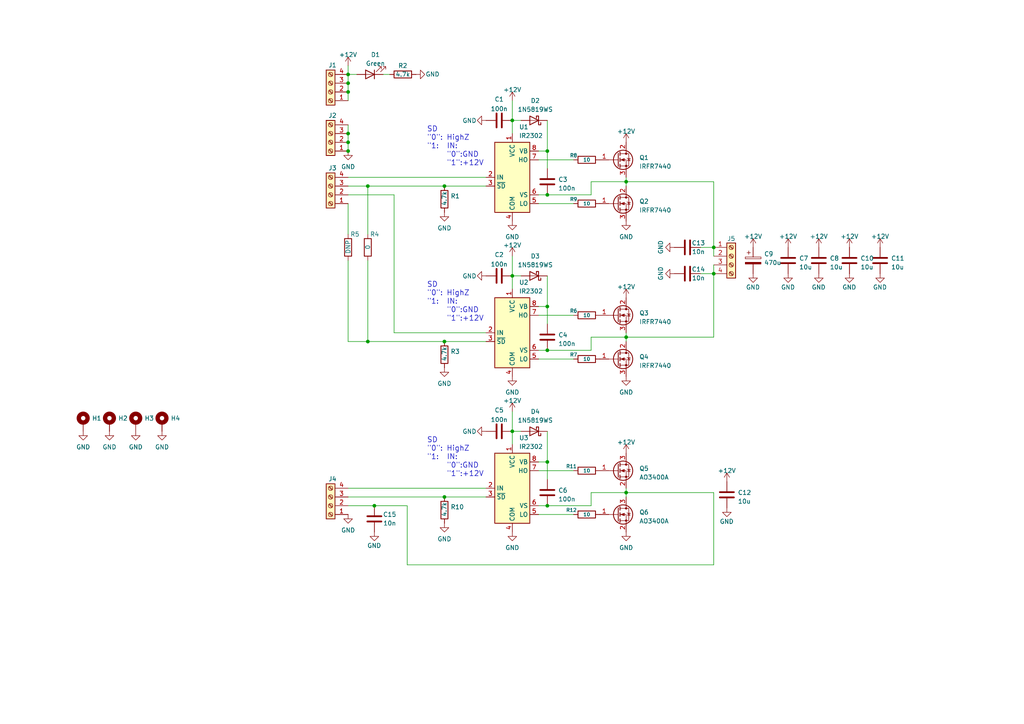
<source format=kicad_sch>
(kicad_sch (version 20230121) (generator eeschema)
  (paper "A4")
  (title_block (title "IR2302-testboard") (date "2023-04-12") (rev "rev. a") (company "rusEFI.com"))
  (lib_symbols
    (symbol "Connector:Screw_Terminal_01x04" (pin_names (offset 1.016) hide)
      (property "Reference" "J" (at 0 5.08 0))
      (property "Value" "Screw_Terminal_01x04" (at 0 -7.62 0))
      (symbol "Screw_Terminal_01x04_1_1"
        (rectangle (start -1.27 3.81) (end 1.27 -6.35) (stroke (width 0.254)) (fill (type background)))
        (circle (center 0 -5.08) (radius 0.635) (stroke (width 0.1524)))
        (circle (center 0 -2.54) (radius 0.635) (stroke (width 0.1524)))
        (polyline (pts (xy -0.5334 -4.7498) (xy 0.3302 -5.588)) (stroke (width 0.1524)))
        (polyline (pts (xy -0.5334 -2.2098) (xy 0.3302 -3.048)) (stroke (width 0.1524)))
        (polyline (pts (xy -0.5334 0.3302) (xy 0.3302 -0.508)) (stroke (width 0.1524)))
        (polyline (pts (xy -0.5334 2.8702) (xy 0.3302 2.032)) (stroke (width 0.1524)))
        (polyline (pts (xy -0.3556 -4.572) (xy 0.508 -5.4102)) (stroke (width 0.1524)))
        (polyline (pts (xy -0.3556 -2.032) (xy 0.508 -2.8702)) (stroke (width 0.1524)))
        (polyline (pts (xy -0.3556 0.508) (xy 0.508 -0.3302)) (stroke (width 0.1524)))
        (polyline (pts (xy -0.3556 3.048) (xy 0.508 2.2098)) (stroke (width 0.1524)))
        (circle (center 0 0) (radius 0.635) (stroke (width 0.1524)))
        (circle (center 0 2.54) (radius 0.635) (stroke (width 0.1524)))
        (pin passive line (at -5.08 2.54 0) (length 3.81) (name "Pin_1") (number "1"))
        (pin passive line (at -5.08 0 0) (length 3.81) (name "Pin_2") (number "2"))
        (pin passive line (at -5.08 -2.54 0) (length 3.81) (name "Pin_3") (number "3"))
        (pin passive line (at -5.08 -5.08 0) (length 3.81) (name "Pin_4") (number "4"))
      )
    )
    (symbol "Device:C" (pin_numbers hide) (pin_names (offset 0.254))
      (property "Reference" "C" (at 0.635 2.54 0))
      (property "Value" "C" (at 0.635 -2.54 0))
      (symbol "C_0_1"
        (polyline (pts (xy -2.032 -0.762) (xy 2.032 -0.762)) (stroke (width 0.508)))
        (polyline (pts (xy -2.032 0.762) (xy 2.032 0.762)) (stroke (width 0.508)))
      )
      (symbol "C_1_1"
        (pin passive line (at 0 3.81 270) (length 2.794) (name "~") (number "1"))
        (pin passive line (at 0 -3.81 90) (length 2.794) (name "~") (number "2"))
      )
    )
    (symbol "Device:C_Polarized" (pin_numbers hide) (pin_names (offset 0.254))
      (property "Reference" "C" (at 0.635 2.54 0))
      (property "Value" "C_Polarized" (at 0.635 -2.54 0))
      (symbol "C_Polarized_0_1"
        (rectangle (start -2.286 0.508) (end 2.286 1.016))
        (polyline (pts (xy -1.778 2.286) (xy -0.762 2.286)))
        (polyline (pts (xy -1.27 2.794) (xy -1.27 1.778)))
        (rectangle (start 2.286 -0.508) (end -2.286 -1.016) (fill (type outline)))
      )
      (symbol "C_Polarized_1_1"
        (pin passive line (at 0 3.81 270) (length 2.794) (name "~") (number "1"))
        (pin passive line (at 0 -3.81 90) (length 2.794) (name "~") (number "2"))
      )
    )
    (symbol "Device:LED" (pin_numbers hide) (pin_names (offset 1.016) hide)
      (property "Reference" "D" (at 0 2.54 0))
      (property "Value" "LED" (at 0 -2.54 0))
      (symbol "LED_0_1"
        (polyline (pts (xy -1.27 -1.27) (xy -1.27 1.27)) (stroke (width 0.254)))
        (polyline (pts (xy -1.27 0) (xy 1.27 0)))
        (polyline (pts (xy 1.27 -1.27) (xy 1.27 1.27) (xy -1.27 0) (xy 1.27 -1.27)) (stroke (width 0.254)))
        (polyline (pts (xy -3.048 -0.762) (xy -4.572 -2.286) (xy -3.81 -2.286) (xy -4.572 -2.286) (xy -4.572 -1.524)))
        (polyline (pts (xy -1.778 -0.762) (xy -3.302 -2.286) (xy -2.54 -2.286) (xy -3.302 -2.286) (xy -3.302 -1.524)))
      )
      (symbol "LED_1_1"
        (pin passive line (at -3.81 0 0) (length 2.54) (name "K") (number "1"))
        (pin passive line (at 3.81 0 180) (length 2.54) (name "A") (number "2"))
      )
    )
    (symbol "Device:R" (pin_numbers hide) (pin_names (offset 0))
      (property "Reference" "R" (at 2.032 0 90))
      (property "Value" "R" (at 0 0 90))
      (symbol "R_0_1"
        (rectangle (start -1.016 -2.54) (end 1.016 2.54) (stroke (width 0.254)))
      )
      (symbol "R_1_1"
        (pin passive line (at 0 3.81 270) (length 1.27) (name "~") (number "1"))
        (pin passive line (at 0 -3.81 90) (length 1.27) (name "~") (number "2"))
      )
    )
    (symbol "Diode:1N5819WS" (pin_numbers hide) (pin_names (offset 1.016) hide)
      (property "Reference" "D" (at 0 2.54 0))
      (property "Value" "1N5819WS" (at 0 -2.54 0))
      (symbol "1N5819WS_0_1"
        (polyline (pts (xy 1.27 0) (xy -1.27 0)))
        (polyline (pts (xy 1.27 1.27) (xy 1.27 -1.27) (xy -1.27 0) (xy 1.27 1.27)) (stroke (width 0.254)))
        (polyline (pts (xy -1.905 0.635) (xy -1.905 1.27) (xy -1.27 1.27) (xy -1.27 -1.27) (xy -0.635 -1.27) (xy -0.635 -0.635)) (stroke (width 0.254)))
      )
      (symbol "1N5819WS_1_1"
        (pin passive line (at -3.81 0 0) (length 2.54) (name "K") (number "1"))
        (pin passive line (at 3.81 0 180) (length 2.54) (name "A") (number "2"))
      )
    )
    (symbol "Driver_FET:IR2302"
      (property "Reference" "U" (at 1.27 13.335 0))
      (property "Value" "IR2302" (at 1.27 11.43 0))
      (symbol "IR2302_0_1"
        (rectangle (start -5.08 -10.16) (end 5.08 10.16) (stroke (width 0.254)) (fill (type background)))
      )
      (symbol "IR2302_1_1"
        (pin power_in line (at 0 12.7 270) (length 2.54) (name "VCC") (number "1"))
        (pin input line (at -7.62 0 0) (length 2.54) (name "IN") (number "2"))
        (pin input line (at -7.62 -2.54 0) (length 2.54) (name "~{SD}") (number "3"))
        (pin power_in line (at 0 -12.7 90) (length 2.54) (name "COM") (number "4"))
        (pin output line (at 7.62 -7.62 180) (length 2.54) (name "LO") (number "5"))
        (pin passive line (at 7.62 -5.08 180) (length 2.54) (name "VS") (number "6"))
        (pin output line (at 7.62 5.08 180) (length 2.54) (name "HO") (number "7"))
        (pin passive line (at 7.62 7.62 180) (length 2.54) (name "VB") (number "8"))
      )
    )
    (symbol "Mechanical:MountingHole_Pad" (pin_numbers hide) (pin_names (offset 1.016) hide)
      (property "Reference" "H" (at 0 6.35 0))
      (property "Value" "MountingHole_Pad" (at 0 4.445 0))
      (symbol "MountingHole_Pad_0_1"
        (circle (center 0 1.27) (radius 1.27) (stroke (width 1.27)))
      )
      (symbol "MountingHole_Pad_1_1"
        (pin input line (at 0 -2.54 90) (length 2.54) (name "1") (number "1"))
      )
    )
    (symbol "Transistor_FET:AO3400A" (pin_names hide)
      (property "Reference" "Q" (at 5.08 1.905 0))
      (property "Value" "AO3400A" (at 5.08 0 0))
      (symbol "AO3400A_0_1"
        (polyline (pts (xy 0.254 0) (xy -2.54 0)))
        (polyline (pts (xy 0.254 1.905) (xy 0.254 -1.905)) (stroke (width 0.254)))
        (polyline (pts (xy 0.762 -1.27) (xy 0.762 -2.286)) (stroke (width 0.254)))
        (polyline (pts (xy 0.762 0.508) (xy 0.762 -0.508)) (stroke (width 0.254)))
        (polyline (pts (xy 0.762 2.286) (xy 0.762 1.27)) (stroke (width 0.254)))
        (polyline (pts (xy 2.54 2.54) (xy 2.54 1.778)))
        (polyline (pts (xy 2.54 -2.54) (xy 2.54 0) (xy 0.762 0)))
        (polyline (pts (xy 0.762 -1.778) (xy 3.302 -1.778) (xy 3.302 1.778) (xy 0.762 1.778)))
        (polyline (pts (xy 1.016 0) (xy 2.032 0.381) (xy 2.032 -0.381) (xy 1.016 0)) (fill (type outline)))
        (polyline (pts (xy 2.794 0.508) (xy 2.921 0.381) (xy 3.683 0.381) (xy 3.81 0.254)))
        (polyline (pts (xy 3.302 0.381) (xy 2.921 -0.254) (xy 3.683 -0.254) (xy 3.302 0.381)))
        (circle (center 1.651 0) (radius 2.794) (stroke (width 0.254)))
        (circle (center 2.54 -1.778) (radius 0.254) (fill (type outline)))
        (circle (center 2.54 1.778) (radius 0.254) (fill (type outline)))
      )
      (symbol "AO3400A_1_1"
        (pin input line (at -5.08 0 0) (length 2.54) (name "G") (number "1"))
        (pin passive line (at 2.54 -5.08 90) (length 2.54) (name "S") (number "2"))
        (pin passive line (at 2.54 5.08 270) (length 2.54) (name "D") (number "3"))
      )
    )
    (symbol "Transistor_FET:QM6006D" (pin_names hide)
      (property "Reference" "Q" (at 5.08 1.905 0))
      (property "Value" "QM6006D" (at 5.08 0 0))
      (symbol "QM6006D_0_1"
        (polyline (pts (xy 0.254 0) (xy -2.54 0)))
        (polyline (pts (xy 0.254 1.905) (xy 0.254 -1.905)) (stroke (width 0.254)))
        (polyline (pts (xy 0.762 -1.27) (xy 0.762 -2.286)) (stroke (width 0.254)))
        (polyline (pts (xy 0.762 0.508) (xy 0.762 -0.508)) (stroke (width 0.254)))
        (polyline (pts (xy 0.762 2.286) (xy 0.762 1.27)) (stroke (width 0.254)))
        (polyline (pts (xy 2.54 2.54) (xy 2.54 1.778)))
        (polyline (pts (xy 2.54 -2.54) (xy 2.54 0) (xy 0.762 0)))
        (polyline (pts (xy 0.762 -1.778) (xy 3.302 -1.778) (xy 3.302 1.778) (xy 0.762 1.778)))
        (polyline (pts (xy 1.016 0) (xy 2.032 0.381) (xy 2.032 -0.381) (xy 1.016 0)) (fill (type outline)))
        (polyline (pts (xy 2.794 0.508) (xy 2.921 0.381) (xy 3.683 0.381) (xy 3.81 0.254)))
        (polyline (pts (xy 3.302 0.381) (xy 2.921 -0.254) (xy 3.683 -0.254) (xy 3.302 0.381)))
        (circle (center 1.651 0) (radius 2.794) (stroke (width 0.254)))
        (circle (center 2.54 -1.778) (radius 0.254) (fill (type outline)))
        (circle (center 2.54 1.778) (radius 0.254) (fill (type outline)))
      )
      (symbol "QM6006D_1_1"
        (pin input line (at -5.08 0 0) (length 2.54) (name "G") (number "1"))
        (pin passive line (at 2.54 5.08 270) (length 2.54) (name "D") (number "2"))
        (pin passive line (at 2.54 -5.08 90) (length 2.54) (name "S") (number "3"))
      )
    )
    (symbol "power:+12V" (power) (pin_names (offset 0))
      (property "Value" "+12V" (at 0 3.556 0))
      (symbol "+12V_0_1"
        (polyline (pts (xy -0.762 1.27) (xy 0 2.54)))
        (polyline (pts (xy 0 0) (xy 0 2.54)))
        (polyline (pts (xy 0 2.54) (xy 0.762 1.27)))
      )
      (symbol "+12V_1_1"
        (pin power_in line (at 0 0 90) (length 0) hide (name "+12V") (number "1"))
      )
    )
    (symbol "power:GND" (power) (pin_names (offset 0))
      (property "Value" "GND" (at 0 -3.81 0))
      (symbol "GND_0_1"
        (polyline (pts (xy 0 0) (xy 0 -1.27) (xy 1.27 -1.27) (xy 0 -2.54) (xy -1.27 -1.27) (xy 0 -1.27)))
      )
      (symbol "GND_1_1"
        (pin power_in line (at 0 0 270) (length 0) hide (name "GND") (number "1"))
      )
    )
  )
  (junction (at 100.965 21.59))
  (junction (at 106.68 53.975))
  (junction (at 181.61 97.79))
  (junction (at 100.965 41.275))
  (junction (at 128.905 144.145))
  (junction (at 158.75 88.9))
  (junction (at 207.01 79.375))
  (junction (at 158.75 56.515))
  (junction (at 100.965 38.735))
  (junction (at 148.59 80.01))
  (junction (at 181.61 52.705))
  (junction (at 158.75 133.985))
  (junction (at 158.75 101.6))
  (junction (at 100.965 43.815))
  (junction (at 128.905 99.06))
  (junction (at 100.965 24.13))
  (junction (at 158.75 43.815))
  (junction (at 106.68 99.06))
  (junction (at 100.965 26.67))
  (junction (at 108.585 146.685))
  (junction (at 181.61 142.875))
  (junction (at 158.75 146.685))
  (junction (at 207.01 71.755))
  (junction (at 128.905 53.975))
  (junction (at 148.59 34.925))
  (junction (at 148.59 125.095))
  (wire (pts (xy 158.75 56.515) (xy 171.45 56.515)))
  (wire (pts (xy 100.965 144.145) (xy 128.905 144.145)))
  (wire (pts (xy 171.45 52.705) (xy 181.61 52.705)))
  (wire (pts (xy 108.585 146.685) (xy 118.11 146.685)))
  (wire (pts (xy 148.59 125.095) (xy 151.13 125.095)))
  (wire (pts (xy 207.01 71.755) (xy 207.01 52.705)))
  (wire (pts (xy 158.75 146.685) (xy 171.45 146.685)))
  (wire (pts (xy 118.11 163.83) (xy 207.01 163.83)))
  (wire (pts (xy 181.61 97.79) (xy 207.01 97.79)))
  (wire (pts (xy 100.965 53.975) (xy 106.68 53.975)))
  (wire (pts (xy 203.2 79.375) (xy 207.01 79.375)))
  (wire (pts (xy 100.965 41.275) (xy 100.965 43.815)))
  (wire (pts (xy 181.61 96.52) (xy 181.61 97.79)))
  (wire (pts (xy 158.75 101.6) (xy 171.45 101.6)))
  (wire (pts (xy 181.61 97.79) (xy 181.61 99.06)))
  (wire (pts (xy 156.21 91.44) (xy 166.37 91.44)))
  (wire (pts (xy 171.45 56.515) (xy 171.45 52.705)))
  (wire (pts (xy 106.68 99.06) (xy 128.905 99.06)))
  (wire (pts (xy 203.2 71.755) (xy 207.01 71.755)))
  (wire (pts (xy 118.11 146.685) (xy 118.11 163.83)))
  (wire (pts (xy 158.75 88.9) (xy 156.21 88.9)))
  (wire (pts (xy 140.97 96.52) (xy 114.3 96.52)))
  (wire (pts (xy 148.59 80.01) (xy 151.13 80.01)))
  (wire (pts (xy 114.3 96.52) (xy 114.3 56.515)))
  (wire (pts (xy 106.68 75.565) (xy 106.68 99.06)))
  (wire (pts (xy 100.965 146.685) (xy 108.585 146.685)))
  (wire (pts (xy 100.965 26.67) (xy 100.965 29.21)))
  (wire (pts (xy 156.21 149.225) (xy 166.37 149.225)))
  (wire (pts (xy 156.21 46.355) (xy 166.37 46.355)))
  (wire (pts (xy 148.59 74.295) (xy 148.59 80.01)))
  (wire (pts (xy 106.68 67.945) (xy 106.68 53.975)))
  (wire (pts (xy 128.905 53.975) (xy 140.97 53.975)))
  (wire (pts (xy 207.01 79.375) (xy 207.01 97.79)))
  (wire (pts (xy 156.21 136.525) (xy 166.37 136.525)))
  (wire (pts (xy 158.75 133.985) (xy 156.21 133.985)))
  (wire (pts (xy 148.59 34.925) (xy 151.13 34.925)))
  (wire (pts (xy 100.965 19.05) (xy 100.965 21.59)))
  (wire (pts (xy 100.965 36.195) (xy 100.965 38.735)))
  (wire (pts (xy 181.61 142.875) (xy 207.01 142.875)))
  (wire (pts (xy 156.21 104.14) (xy 166.37 104.14)))
  (wire (pts (xy 100.965 67.945) (xy 100.965 59.055)))
  (wire (pts (xy 181.61 142.875) (xy 181.61 144.145)))
  (wire (pts (xy 156.21 146.685) (xy 158.75 146.685)))
  (wire (pts (xy 128.905 144.145) (xy 140.97 144.145)))
  (wire (pts (xy 171.45 146.685) (xy 171.45 142.875)))
  (wire (pts (xy 113.03 21.59) (xy 111.125 21.59)))
  (wire (pts (xy 100.965 99.06) (xy 106.68 99.06)))
  (wire (pts (xy 158.75 139.065) (xy 158.75 133.985)))
  (wire (pts (xy 100.965 141.605) (xy 140.97 141.605)))
  (wire (pts (xy 106.68 53.975) (xy 128.905 53.975)))
  (wire (pts (xy 100.965 24.13) (xy 100.965 26.67)))
  (wire (pts (xy 171.45 142.875) (xy 181.61 142.875)))
  (wire (pts (xy 158.75 125.095) (xy 158.75 133.985)))
  (wire (pts (xy 148.59 34.925) (xy 148.59 38.735)))
  (wire (pts (xy 100.965 75.565) (xy 100.965 99.06)))
  (wire (pts (xy 128.905 99.06) (xy 140.97 99.06)))
  (wire (pts (xy 156.21 56.515) (xy 158.75 56.515)))
  (wire (pts (xy 156.21 59.055) (xy 166.37 59.055)))
  (wire (pts (xy 156.21 101.6) (xy 158.75 101.6)))
  (wire (pts (xy 158.75 43.815) (xy 156.21 43.815)))
  (wire (pts (xy 148.59 80.01) (xy 148.59 83.82)))
  (wire (pts (xy 100.965 21.59) (xy 100.965 24.13)))
  (wire (pts (xy 158.75 34.925) (xy 158.75 43.815)))
  (wire (pts (xy 148.59 29.21) (xy 148.59 34.925)))
  (wire (pts (xy 207.01 79.375) (xy 207.01 76.835)))
  (wire (pts (xy 158.75 43.815) (xy 158.75 48.895)))
  (wire (pts (xy 171.45 101.6) (xy 171.45 97.79)))
  (wire (pts (xy 158.75 93.98) (xy 158.75 88.9)))
  (wire (pts (xy 207.01 71.755) (xy 207.01 74.295)))
  (wire (pts (xy 181.61 52.705) (xy 207.01 52.705)))
  (wire (pts (xy 171.45 97.79) (xy 181.61 97.79)))
  (wire (pts (xy 181.61 52.705) (xy 181.61 53.975)))
  (wire (pts (xy 148.59 125.095) (xy 148.59 128.905)))
  (wire (pts (xy 181.61 51.435) (xy 181.61 52.705)))
  (wire (pts (xy 158.75 80.01) (xy 158.75 88.9)))
  (wire (pts (xy 100.965 51.435) (xy 140.97 51.435)))
  (wire (pts (xy 100.965 56.515) (xy 114.3 56.515)))
  (wire (pts (xy 100.965 38.735) (xy 100.965 41.275)))
  (wire (pts (xy 181.61 141.605) (xy 181.61 142.875)))
  (wire (pts (xy 207.01 163.83) (xy 207.01 142.875)))
  (wire (pts (xy 103.505 21.59) (xy 100.965 21.59)))
  (wire (pts (xy 148.59 119.38) (xy 148.59 125.095)))
  (text "SD\n\"0\": HighZ\n\"1:	IN:\n	\"0\":GND\n	\"1\":+12V" (at 123.825 48.26 0) (effects (font (size 1.524 1.524)) (justify left bottom)))
  (text "SD\n\"0\": HighZ\n\"1:	IN:\n	\"0\":GND\n	\"1\":+12V" (at 123.825 138.43 0) (effects (font (size 1.524 1.524)) (justify left bottom)))
  (text "SD\n\"0\": HighZ\n\"1:	IN:\n	\"0\":GND\n	\"1\":+12V" (at 123.825 93.345 0) (effects (font (size 1.524 1.524)) (justify left bottom)))
  (symbol (lib_id "power:GND") (at 140.97 80.01 270) (unit 1)
    (property "Reference" "#PWR0138" (effects hide))
    (property "Value" "GND" (at 134.1176 80.0643 90) (effects (justify left)))
  )
  (symbol (lib_id "power:GND") (at 181.61 109.22 0) (mirror y) (unit 1)
    (property "Reference" "#PWR0112" (effects hide))
    (property "Value" "GND" (at 181.61 113.7826 0))
  )
  (symbol (lib_id "Mechanical:MountingHole_Pad") (at 31.75 122.555 0) (unit 1)
    (property "Reference" "H2" (at 34.2901 121.329 0) (effects (justify left)))
    (property "Value" "MountingHole_Pad" (effects hide))
    (property "Footprint" "MountingHole:MountingHole_3.2mm_M3_Pad_Via" (effects hide))
  )
  (symbol (lib_id "power:GND") (at 100.965 43.815 0) (mirror y) (unit 1)
    (property "Reference" "#PWR0109" (effects hide))
    (property "Value" "GND" (at 100.965 48.3776 0))
  )
  (symbol (lib_id "power:+12V") (at 210.82 139.7 0) (unit 1)
    (property "Reference" "#PWR0127" (effects hide))
    (property "Value" "+12V" (at 210.82 136.525 0))
  )
  (symbol (lib_id "Connector:Screw_Terminal_01x04") (at 95.885 56.515 180) (unit 1)
    (property "Reference" "J3" (at 96.4565 48.7384 0))
    (property "Value" "Screw_Terminal_01x04" (effects hide))
    (property "Footprint" "TerminalBlock_MetzConnect:TerminalBlock_MetzConnect_Type055_RT01504HDWU_1x04_P5.00mm_Horizontal" (effects hide))
    (property "LCSC" "C173286" (effects hide))
  )
  (symbol (lib_id "power:GND") (at 31.75 125.095 0) (unit 1)
    (property "Reference" "#PWR0137" (effects hide))
    (property "Value" "GND" (at 31.75 129.6576 0))
  )
  (symbol (lib_id "power:+12V") (at 218.44 71.755 0) (unit 1)
    (property "Reference" "#PWR0125" (effects hide))
    (property "Value" "+12V" (at 218.44 68.58 0))
  )
  (symbol (lib_id "Device:C") (at 199.39 79.375 90) (unit 1)
    (property "Reference" "C14" (at 202.565 78.105 90))
    (property "Value" "10n" (at 202.565 80.645 90))
    (property "Footprint" "Capacitor_SMD:C_0603_1608Metric_Pad1.08x0.95mm_HandSolder" (effects hide))
    (property "LCSC" "C57112" (effects hide))
  )
  (symbol (lib_id "power:GND") (at 195.58 79.375 270) (mirror x) (unit 1)
    (property "Reference" "#PWR0103" (effects hide))
    (property "Value" "GND" (at 191.6366 79.3242 0))
  )
  (symbol (lib_id "Connector:Screw_Terminal_01x04") (at 95.885 146.685 180) (unit 1)
    (property "Reference" "J4" (at 96.4565 138.9084 0))
    (property "Value" "Screw_Terminal_01x04" (effects hide))
    (property "Footprint" "TerminalBlock_MetzConnect:TerminalBlock_MetzConnect_Type055_RT01504HDWU_1x04_P5.00mm_Horizontal" (effects hide))
    (property "LCSC" "C173286" (effects hide))
  )
  (symbol (lib_id "power:GND") (at 120.65 21.59 90) (unit 1)
    (property "Reference" "#PWR0108" (effects hide))
    (property "Value" "GND" (at 127.5024 21.5357 90) (effects (justify left)))
  )
  (symbol (lib_id "Device:R") (at 128.905 57.785 180) (unit 1)
    (property "Reference" "R1" (at 130.6831 56.8765 0) (effects (justify right)))
    (property "Value" "4.7k" (at 128.905 59.69 90) (effects (justify right)))
    (property "Footprint" "Resistor_SMD:R_0603_1608Metric_Pad0.98x0.95mm_HandSolder" (effects hide))
    (property "LCSC" "C23162" (effects hide))
  )
  (symbol (lib_id "power:GND") (at 148.59 154.305 0) (mirror y) (unit 1)
    (property "Reference" "#PWR0126" (effects hide))
    (property "Value" "GND" (at 148.59 158.8676 0))
  )
  (symbol (lib_id "Transistor_FET:QM6006D") (at 179.07 59.055 0) (unit 1)
    (property "Reference" "Q2" (at 185.42 58.42 0) (effects (justify left)))
    (property "Value" "IRFR7440" (at 185.42 60.96 0) (effects (justify left)))
    (property "Footprint" "Package_TO_SOT_SMD:TO-252-2" (effects hide))
    (property "Datasheet" "https://datasheet.lcsc.com/lcsc/1810121140_Infineon-Technologies-IRFR7440TRPBF_C97244.pdf" (effects hide))
    (property "LCSC" "C97244" (effects hide))
  )
  (symbol (lib_id "Driver_FET:IR2302") (at 148.59 51.435 0) (unit 1)
    (property "Reference" "U1" (at 150.5459 36.83 0) (effects (justify left)))
    (property "Value" "IR2302" (at 150.5459 39.37 0) (effects (justify left)))
    (property "Footprint" "Package_SO:SO-8_3.9x4.9mm_P1.27mm" (effects hide))
    (property "Datasheet" "https://www.infineon.com/dgdl/ir2302.pdf?fileId=5546d462533600a4015355c988b216de" (effects hide))
    (property "LCSC" "C148147" (effects hide))
  )
  (symbol (lib_id "power:GND") (at 246.38 79.375 0) (mirror y) (unit 1)
    (property "Reference" "#PWR0121" (effects hide))
    (property "Value" "GND" (at 246.3292 83.3184 0))
  )
  (symbol (lib_id "Connector:Screw_Terminal_01x04") (at 95.885 41.275 180) (unit 1)
    (property "Reference" "J2" (at 96.4565 33.4984 0))
    (property "Value" "Screw_Terminal_01x04" (effects hide))
    (property "Footprint" "TerminalBlock_MetzConnect:TerminalBlock_MetzConnect_Type055_RT01504HDWU_1x04_P5.00mm_Horizontal" (effects hide))
    (property "LCSC" "C173286" (effects hide))
  )
  (symbol (lib_id "power:+12V") (at 181.61 41.275 0) (unit 1)
    (property "Reference" "#PWR0105" (effects hide))
    (property "Value" "+12V" (at 181.61 38.1 0))
  )
  (symbol (lib_id "power:GND") (at 128.905 61.595 0) (mirror y) (unit 1)
    (property "Reference" "#PWR0139" (effects hide))
    (property "Value" "GND" (at 128.905 66.1576 0))
  )
  (symbol (lib_id "power:GND") (at 181.61 64.135 0) (mirror y) (unit 1)
    (property "Reference" "#PWR0102" (effects hide))
    (property "Value" "GND" (at 181.61 68.6976 0))
  )
  (symbol (lib_id "Device:R") (at 170.18 104.14 270) (unit 1)
    (property "Reference" "R7" (at 166.37 102.87 90) (effects (font (size 1.016 1.016))))
    (property "Value" "10" (at 170.18 104.14 90) (effects (font (size 1.016 1.016))))
    (property "Footprint" "Resistor_SMD:R_0603_1608Metric" (effects hide))
    (property "LCSC" "C22859" (effects hide))
  )
  (symbol (lib_id "Mechanical:MountingHole_Pad") (at 39.37 122.555 0) (unit 1)
    (property "Reference" "H3" (at 41.9101 121.329 0) (effects (justify left)))
    (property "Value" "MountingHole_Pad" (effects hide))
    (property "Footprint" "MountingHole:MountingHole_3.2mm_M3_Pad_Via" (effects hide))
  )
  (symbol (lib_id "Device:R") (at 170.18 46.355 270) (unit 1)
    (property "Reference" "R8" (at 166.37 45.085 90) (effects (font (size 1.016 1.016))))
    (property "Value" "10" (at 170.18 46.355 90) (effects (font (size 1.016 1.016))))
    (property "Footprint" "Resistor_SMD:R_0603_1608Metric" (effects hide))
    (property "LCSC" "C22859" (effects hide))
  )
  (symbol (lib_id "Device:C_Polarized") (at 218.44 75.565 0) (unit 1)
    (property "Reference" "C9" (at 221.615 73.66 0) (effects (justify left)))
    (property "Value" "470u" (at 221.615 76.2 0) (effects (justify left)))
    (property "Footprint" "Capacitor_SMD:CP_Elec_10x10.5" (effects hide))
    (property "LCSC" "C72518" (effects hide))
  )
  (symbol (lib_id "Device:C") (at 237.49 75.565 180) (unit 1)
    (property "Reference" "C8" (at 240.665 74.93 0) (effects (justify right)))
    (property "Value" "10u" (at 240.665 77.47 0) (effects (justify right)))
    (property "Footprint" "Capacitor_SMD:C_0805_2012Metric_Pad1.18x1.45mm_HandSolder" (effects hide))
    (property "LCSC" "C15850" (effects hide))
  )
  (symbol (lib_id "power:GND") (at 218.44 79.375 0) (mirror y) (unit 1)
    (property "Reference" "#PWR0124" (effects hide))
    (property "Value" "GND" (at 218.3892 83.3184 0))
  )
  (symbol (lib_id "Device:C") (at 158.75 142.875 0) (unit 1)
    (property "Reference" "C6" (at 161.925 142.24 0) (effects (justify left)))
    (property "Value" "100n" (at 161.925 144.78 0) (effects (justify left)))
    (property "Footprint" "Capacitor_SMD:C_0603_1608Metric_Pad1.08x0.95mm_HandSolder" (effects hide))
    (property "LCSC" "C14663" (effects hide))
  )
  (symbol (lib_id "Device:C") (at 144.78 34.925 90) (unit 1)
    (property "Reference" "C1" (at 144.78 28.7994 90))
    (property "Value" "100n" (at 144.78 31.5745 90))
    (property "Footprint" "Capacitor_SMD:C_0603_1608Metric_Pad1.08x0.95mm_HandSolder" (effects hide))
    (property "LCSC" "C14663" (effects hide))
  )
  (symbol (lib_id "Driver_FET:IR2302") (at 148.59 96.52 0) (unit 1)
    (property "Reference" "U2" (at 150.5459 81.915 0) (effects (justify left)))
    (property "Value" "IR2302" (at 150.5459 84.455 0) (effects (justify left)))
    (property "Footprint" "Package_SO:SO-8_3.9x4.9mm_P1.27mm" (effects hide))
    (property "Datasheet" "https://www.infineon.com/dgdl/ir2302.pdf?fileId=5546d462533600a4015355c988b216de" (effects hide))
    (property "LCSC" "C148147" (effects hide))
  )
  (symbol (lib_id "Device:C") (at 158.75 97.79 0) (unit 1)
    (property "Reference" "C4" (at 161.925 97.155 0) (effects (justify left)))
    (property "Value" "100n" (at 161.925 99.695 0) (effects (justify left)))
    (property "Footprint" "Capacitor_SMD:C_0603_1608Metric_Pad1.08x0.95mm_HandSolder" (effects hide))
    (property "LCSC" "C14663" (effects hide))
  )
  (symbol (lib_id "power:+12V") (at 246.38 71.755 0) (unit 1)
    (property "Reference" "#PWR0118" (effects hide))
    (property "Value" "+12V" (at 246.38 68.58 0))
  )
  (symbol (lib_id "power:GND") (at 46.99 125.095 0) (unit 1)
    (property "Reference" "#PWR0134" (effects hide))
    (property "Value" "GND" (at 46.99 129.6576 0))
  )
  (symbol (lib_id "Connector:Screw_Terminal_01x04") (at 212.09 74.295 0) (unit 1)
    (property "Reference" "J5" (at 212.09 69.215 0))
    (property "Value" "Screw_Terminal_01x04" (effects hide))
    (property "Footprint" "TerminalBlock_MetzConnect:TerminalBlock_MetzConnect_Type055_RT01504HDWU_1x04_P5.00mm_Horizontal" (effects hide))
    (property "LCSC" "C173286" (effects hide))
  )
  (symbol (lib_id "power:GND") (at 210.82 147.32 0) (mirror y) (unit 1)
    (property "Reference" "#PWR0128" (effects hide))
    (property "Value" "GND" (at 210.7692 151.2634 0))
  )
  (symbol (lib_id "Device:C") (at 228.6 75.565 180) (unit 1)
    (property "Reference" "C7" (at 231.775 74.93 0) (effects (justify right)))
    (property "Value" "10u" (at 231.775 77.47 0) (effects (justify right)))
    (property "Footprint" "Capacitor_SMD:C_0805_2012Metric_Pad1.18x1.45mm_HandSolder" (effects hide))
    (property "LCSC" "C15850" (effects hide))
  )
  (symbol (lib_id "Device:C") (at 210.82 143.51 180) (unit 1)
    (property "Reference" "C12" (at 213.995 142.875 0) (effects (justify right)))
    (property "Value" "10u" (at 213.995 145.415 0) (effects (justify right)))
    (property "Footprint" "Capacitor_SMD:C_0805_2012Metric_Pad1.18x1.45mm_HandSolder" (effects hide))
    (property "LCSC" "C15850" (effects hide))
  )
  (symbol (lib_id "power:GND") (at 39.37 125.095 0) (unit 1)
    (property "Reference" "#PWR0135" (effects hide))
    (property "Value" "GND" (at 39.37 129.6576 0))
  )
  (symbol (lib_id "Device:C") (at 108.585 150.495 180) (unit 1)
    (property "Reference" "C15" (at 113.03 149.225 0))
    (property "Value" "10n" (at 113.03 151.765 0))
    (property "Footprint" "Capacitor_SMD:C_0603_1608Metric_Pad1.08x0.95mm_HandSolder" (effects hide))
    (property "LCSC" "C57112" (effects hide))
  )
  (symbol (lib_id "power:+12V") (at 255.27 71.755 0) (unit 1)
    (property "Reference" "#PWR0116" (effects hide))
    (property "Value" "+12V" (at 255.27 68.58 0))
  )
  (symbol (lib_id "Device:R") (at 170.18 91.44 270) (unit 1)
    (property "Reference" "R6" (at 166.37 90.17 90) (effects (font (size 1.016 1.016))))
    (property "Value" "10" (at 170.18 91.44 90) (effects (font (size 1.016 1.016))))
    (property "Footprint" "Resistor_SMD:R_0603_1608Metric" (effects hide))
    (property "LCSC" "C22859" (effects hide))
  )
  (symbol (lib_id "Device:C") (at 158.75 52.705 0) (unit 1)
    (property "Reference" "C3" (at 161.925 52.07 0) (effects (justify left)))
    (property "Value" "100n" (at 161.925 54.61 0) (effects (justify left)))
    (property "Footprint" "Capacitor_SMD:C_0603_1608Metric_Pad1.08x0.95mm_HandSolder" (effects hide))
    (property "LCSC" "C14663" (effects hide))
  )
  (symbol (lib_id "Diode:1N5819WS") (at 154.94 80.01 180) (unit 1)
    (property "Reference" "D3" (at 155.2575 74.295 0))
    (property "Value" "1N5819WS" (at 155.2575 76.835 0))
    (property "Footprint" "Diode_SMD:D_SOD-323" (effects hide))
    (property "Datasheet" "https://datasheet.lcsc.com/lcsc/2204281430_Guangdong-Hottech-1N5819WS_C191023.pdf" (effects hide))
    (property "LCSC" "C191023" (effects hide))
  )
  (symbol (lib_id "power:GND") (at 100.965 149.225 0) (mirror y) (unit 1)
    (property "Reference" "#PWR0133" (effects hide))
    (property "Value" "GND" (at 100.965 153.7876 0))
  )
  (symbol (lib_id "Diode:1N5819WS") (at 154.94 34.925 180) (unit 1)
    (property "Reference" "D2" (at 155.2575 29.21 0))
    (property "Value" "1N5819WS" (at 155.2575 31.75 0))
    (property "Footprint" "Diode_SMD:D_SOD-323" (effects hide))
    (property "Datasheet" "https://datasheet.lcsc.com/lcsc/2204281430_Guangdong-Hottech-1N5819WS_C191023.pdf" (effects hide))
    (property "LCSC" "C191023" (effects hide))
  )
  (symbol (lib_id "power:+12V") (at 100.965 19.05 0) (unit 1)
    (property "Reference" "#PWR0107" (effects hide))
    (property "Value" "+12V" (at 100.965 15.875 0))
  )
  (symbol (lib_id "Driver_FET:IR2302") (at 148.59 141.605 0) (unit 1)
    (property "Reference" "U3" (at 150.5459 127 0) (effects (justify left)))
    (property "Value" "IR2302" (at 150.5459 129.54 0) (effects (justify left)))
    (property "Footprint" "Package_SO:SO-8_3.9x4.9mm_P1.27mm" (effects hide))
    (property "Datasheet" "https://www.infineon.com/dgdl/ir2302.pdf?fileId=5546d462533600a4015355c988b216de" (effects hide))
    (property "LCSC" "C148147" (effects hide))
  )
  (symbol (lib_id "Device:C") (at 199.39 71.755 90) (unit 1)
    (property "Reference" "C13" (at 202.565 70.485 90))
    (property "Value" "10n" (at 202.565 73.025 90))
    (property "Footprint" "Capacitor_SMD:C_0603_1608Metric_Pad1.08x0.95mm_HandSolder" (effects hide))
    (property "LCSC" "C57112" (effects hide))
  )
  (symbol (lib_id "Transistor_FET:AO3400A") (at 179.07 149.225 0) (unit 1)
    (property "Reference" "Q6" (at 185.42 148.59 0) (effects (justify left)))
    (property "Value" "AO3400A" (at 185.42 151.13 0) (effects (justify left)))
    (property "Footprint" "Package_TO_SOT_SMD:SOT-23" (effects hide))
    (property "Datasheet" "http://www.aosmd.com/pdfs/datasheet/AO3400A.pdf" (effects hide))
    (property "LCSC" "C20917" (effects hide))
  )
  (symbol (lib_id "power:GND") (at 24.13 125.095 0) (unit 1)
    (property "Reference" "#PWR0136" (effects hide))
    (property "Value" "GND" (at 24.13 129.6576 0))
  )
  (symbol (lib_id "power:GND") (at 140.97 34.925 270) (unit 1)
    (property "Reference" "#PWR0110" (effects hide))
    (property "Value" "GND" (at 134.1176 34.9793 90) (effects (justify left)))
  )
  (symbol (lib_id "power:GND") (at 237.49 79.375 0) (mirror y) (unit 1)
    (property "Reference" "#PWR0120" (effects hide))
    (property "Value" "GND" (at 237.4392 83.3184 0))
  )
  (symbol (lib_id "power:GND") (at 128.905 151.765 0) (mirror y) (unit 1)
    (property "Reference" "#PWR0131" (effects hide))
    (property "Value" "GND" (at 128.905 156.3276 0))
  )
  (symbol (lib_id "Mechanical:MountingHole_Pad") (at 24.13 122.555 0) (unit 1)
    (property "Reference" "H1" (at 26.6701 121.329 0) (effects (justify left)))
    (property "Value" "MountingHole_Pad" (effects hide))
    (property "Footprint" "MountingHole:MountingHole_3.2mm_M3_Pad_Via" (effects hide))
  )
  (symbol (lib_id "Device:C") (at 246.38 75.565 180) (unit 1)
    (property "Reference" "C10" (at 249.555 74.93 0) (effects (justify right)))
    (property "Value" "10u" (at 249.555 77.47 0) (effects (justify right)))
    (property "Footprint" "Capacitor_SMD:C_0805_2012Metric_Pad1.18x1.45mm_HandSolder" (effects hide))
    (property "LCSC" "C15850" (effects hide))
  )
  (symbol (lib_id "Transistor_FET:AO3400A") (at 179.07 136.525 0) (unit 1)
    (property "Reference" "Q5" (at 185.42 135.89 0) (effects (justify left)))
    (property "Value" "AO3400A" (at 185.42 138.43 0) (effects (justify left)))
    (property "Footprint" "Package_TO_SOT_SMD:SOT-23" (effects hide))
    (property "Datasheet" "http://www.aosmd.com/pdfs/datasheet/AO3400A.pdf" (effects hide))
    (property "LCSC" "C20917" (effects hide))
  )
  (symbol (lib_id "Device:R") (at 170.18 136.525 270) (unit 1)
    (property "Reference" "R11" (at 165.735 135.255 90) (effects (font (size 1.016 1.016))))
    (property "Value" "10" (at 170.18 136.525 90) (effects (font (size 1.016 1.016))))
    (property "Footprint" "Resistor_SMD:R_0603_1608Metric" (effects hide))
    (property "LCSC" "C22859" (effects hide))
  )
  (symbol (lib_id "power:+12V") (at 148.59 119.38 0) (unit 1)
    (property "Reference" "#PWR0113" (effects hide))
    (property "Value" "+12V" (at 148.59 116.205 0))
  )
  (symbol (lib_id "Transistor_FET:QM6006D") (at 179.07 104.14 0) (unit 1)
    (property "Reference" "Q4" (at 185.42 103.505 0) (effects (justify left)))
    (property "Value" "IRFR7440" (at 185.42 106.045 0) (effects (justify left)))
    (property "Footprint" "Package_TO_SOT_SMD:TO-252-2" (effects hide))
    (property "Datasheet" "https://datasheet.lcsc.com/lcsc/1810121140_Infineon-Technologies-IRFR7440TRPBF_C97244.pdf" (effects hide))
    (property "LCSC" "C97244" (effects hide))
  )
  (symbol (lib_id "Device:R") (at 170.18 149.225 270) (unit 1)
    (property "Reference" "R12" (at 165.735 147.955 90) (effects (font (size 1.016 1.016))))
    (property "Value" "10" (at 170.18 149.225 90) (effects (font (size 1.016 1.016))))
    (property "Footprint" "Resistor_SMD:R_0603_1608Metric" (effects hide))
    (property "LCSC" "C22859" (effects hide))
  )
  (symbol (lib_id "Device:R") (at 128.905 102.87 180) (unit 1)
    (property "Reference" "R3" (at 130.6831 101.9615 0) (effects (justify right)))
    (property "Value" "4.7k" (at 128.905 104.775 90) (effects (justify right)))
    (property "Footprint" "Resistor_SMD:R_0603_1608Metric_Pad0.98x0.95mm_HandSolder" (effects hide))
    (property "LCSC" "C23162" (effects hide))
  )
  (symbol (lib_id "Device:C") (at 144.78 80.01 90) (unit 1)
    (property "Reference" "C2" (at 144.78 73.8844 90))
    (property "Value" "100n" (at 144.78 76.6595 90))
    (property "Footprint" "Capacitor_SMD:C_0603_1608Metric_Pad1.08x0.95mm_HandSolder" (effects hide))
    (property "LCSC" "C14663" (effects hide))
  )
  (symbol (lib_id "power:GND") (at 148.59 64.135 0) (mirror y) (unit 1)
    (property "Reference" "#PWR0141" (effects hide))
    (property "Value" "GND" (at 148.59 68.6976 0))
  )
  (symbol (lib_id "power:+12V") (at 148.59 29.21 0) (unit 1)
    (property "Reference" "#PWR0106" (effects hide))
    (property "Value" "+12V" (at 148.59 26.035 0))
  )
  (symbol (lib_id "Diode:1N5819WS") (at 154.94 125.095 180) (unit 1)
    (property "Reference" "D4" (at 155.2575 119.38 0))
    (property "Value" "1N5819WS" (at 155.2575 121.92 0))
    (property "Footprint" "Diode_SMD:D_SOD-323" (effects hide))
    (property "Datasheet" "https://datasheet.lcsc.com/lcsc/2204281430_Guangdong-Hottech-1N5819WS_C191023.pdf" (effects hide))
    (property "LCSC" "C191023" (effects hide))
  )
  (symbol (lib_id "Device:R") (at 170.18 59.055 270) (unit 1)
    (property "Reference" "R9" (at 166.37 57.785 90) (effects (font (size 1.016 1.016))))
    (property "Value" "10" (at 170.18 59.055 90) (effects (font (size 1.016 1.016))))
    (property "Footprint" "Resistor_SMD:R_0603_1608Metric" (effects hide))
    (property "LCSC" "C22859" (effects hide))
  )
  (symbol (lib_id "power:GND") (at 108.585 154.305 0) (mirror y) (unit 1)
    (property "Reference" "#PWR0132" (effects hide))
    (property "Value" "GND" (at 108.5342 158.2484 0))
  )
  (symbol (lib_id "Device:C") (at 255.27 75.565 180) (unit 1)
    (property "Reference" "C11" (at 258.445 74.93 0) (effects (justify right)))
    (property "Value" "10u" (at 258.445 77.47 0) (effects (justify right)))
    (property "Footprint" "Capacitor_SMD:C_0805_2012Metric_Pad1.18x1.45mm_HandSolder" (effects hide))
    (property "LCSC" "C15850" (effects hide))
  )
  (symbol (lib_id "Device:R") (at 100.965 71.755 180) (unit 1)
    (property "Reference" "R5" (at 101.6 67.945 0) (effects (justify right)))
    (property "Value" "DNP" (at 100.965 73.66 90) (effects (justify right)))
    (property "Footprint" "Resistor_SMD:R_0603_1608Metric_Pad0.98x0.95mm_HandSolder" (effects hide))
  )
  (symbol (lib_id "power:+12V") (at 148.59 74.295 0) (unit 1)
    (property "Reference" "#PWR0140" (effects hide))
    (property "Value" "+12V" (at 148.59 71.12 0))
  )
  (symbol (lib_id "Device:C") (at 144.78 125.095 90) (unit 1)
    (property "Reference" "C5" (at 144.78 118.9694 90))
    (property "Value" "100n" (at 144.78 121.7445 90))
    (property "Footprint" "Capacitor_SMD:C_0603_1608Metric_Pad1.08x0.95mm_HandSolder" (effects hide))
    (property "LCSC" "C14663" (effects hide))
  )
  (symbol (lib_id "power:GND") (at 195.58 71.755 270) (mirror x) (unit 1)
    (property "Reference" "#PWR0104" (effects hide))
    (property "Value" "GND" (at 191.6366 71.7042 0))
  )
  (symbol (lib_id "Device:R") (at 116.84 21.59 90) (unit 1)
    (property "Reference" "R2" (at 116.84 19.05 90))
    (property "Value" "4.7k" (at 116.84 21.59 90))
    (property "Footprint" "Resistor_SMD:R_0603_1608Metric_Pad0.98x0.95mm_HandSolder" (effects hide))
    (property "LCSC" "C23162" (effects hide))
  )
  (symbol (lib_id "Connector:Screw_Terminal_01x04") (at 95.885 26.67 180) (unit 1)
    (property "Reference" "J1" (at 96.4565 18.8934 0))
    (property "Value" "Screw_Terminal_01x04" (effects hide))
    (property "Footprint" "TerminalBlock_MetzConnect:TerminalBlock_MetzConnect_Type055_RT01504HDWU_1x04_P5.00mm_Horizontal" (effects hide))
    (property "LCSC" "C173286" (effects hide))
  )
  (symbol (lib_id "power:GND") (at 148.59 109.22 0) (mirror y) (unit 1)
    (property "Reference" "#PWR0114" (effects hide))
    (property "Value" "GND" (at 148.59 113.7826 0))
  )
  (symbol (lib_id "power:+12V") (at 228.6 71.755 0) (unit 1)
    (property "Reference" "#PWR0123" (effects hide))
    (property "Value" "+12V" (at 228.6 68.58 0))
  )
  (symbol (lib_id "power:GND") (at 228.6 79.375 0) (mirror y) (unit 1)
    (property "Reference" "#PWR0122" (effects hide))
    (property "Value" "GND" (at 228.5492 83.3184 0))
  )
  (symbol (lib_id "Mechanical:MountingHole_Pad") (at 46.99 122.555 0) (unit 1)
    (property "Reference" "H4" (at 49.5301 121.329 0) (effects (justify left)))
    (property "Value" "MountingHole_Pad" (effects hide))
    (property "Footprint" "MountingHole:MountingHole_3.2mm_M3_Pad_Via" (effects hide))
  )
  (symbol (lib_id "power:GND") (at 255.27 79.375 0) (mirror y) (unit 1)
    (property "Reference" "#PWR0117" (effects hide))
    (property "Value" "GND" (at 255.2192 83.3184 0))
  )
  (symbol (lib_id "power:+12V") (at 181.61 86.36 0) (unit 1)
    (property "Reference" "#PWR0101" (effects hide))
    (property "Value" "+12V" (at 181.61 83.185 0))
  )
  (symbol (lib_id "Device:LED") (at 107.315 21.59 180) (unit 1)
    (property "Reference" "D1" (at 108.9025 15.875 0))
    (property "Value" "Green" (at 108.9025 18.415 0))
    (property "Footprint" "LED_SMD:LED_0805_2012Metric_Pad1.15x1.40mm_HandSolder" (effects hide))
    (property "LCSC" "C2297" (effects hide))
  )
  (symbol (lib_id "power:+12V") (at 181.61 131.445 0) (unit 1)
    (property "Reference" "#PWR0129" (effects hide))
    (property "Value" "+12V" (at 181.61 128.27 0))
  )
  (symbol (lib_id "Device:R") (at 106.68 71.755 180) (unit 1)
    (property "Reference" "R4" (at 107.315 67.945 0) (effects (justify right)))
    (property "Value" "0" (at 106.68 72.39 90) (effects (justify right)))
    (property "Footprint" "Resistor_SMD:R_0603_1608Metric_Pad0.98x0.95mm_HandSolder" (effects hide))
    (property "LCSC" "C21189" (effects hide))
  )
  (symbol (lib_id "power:GND") (at 181.61 154.305 0) (mirror y) (unit 1)
    (property "Reference" "#PWR0130" (effects hide))
    (property "Value" "GND" (at 181.61 158.8676 0))
  )
  (symbol (lib_id "power:+12V") (at 237.49 71.755 0) (unit 1)
    (property "Reference" "#PWR0119" (effects hide))
    (property "Value" "+12V" (at 237.49 68.58 0))
  )
  (symbol (lib_id "power:GND") (at 128.905 106.68 0) (mirror y) (unit 1)
    (property "Reference" "#PWR0111" (effects hide))
    (property "Value" "GND" (at 128.905 111.2426 0))
  )
  (symbol (lib_id "power:GND") (at 140.97 125.095 270) (unit 1)
    (property "Reference" "#PWR0115" (effects hide))
    (property "Value" "GND" (at 134.1176 125.1493 90) (effects (justify left)))
  )
  (symbol (lib_id "Transistor_FET:QM6006D") (at 179.07 46.355 0) (unit 1)
    (property "Reference" "Q1" (at 185.42 45.72 0) (effects (justify left)))
    (property "Value" "IRFR7440" (at 185.42 48.26 0) (effects (justify left)))
    (property "Footprint" "Package_TO_SOT_SMD:TO-252-2" (effects hide))
    (property "Datasheet" "https://datasheet.lcsc.com/lcsc/1810121140_Infineon-Technologies-IRFR7440TRPBF_C97244.pdf" (effects hide))
    (property "LCSC" "C97244" (effects hide))
  )
  (symbol (lib_id "Transistor_FET:QM6006D") (at 179.07 91.44 0) (unit 1)
    (property "Reference" "Q3" (at 185.42 90.805 0) (effects (justify left)))
    (property "Value" "IRFR7440" (at 185.42 93.345 0) (effects (justify left)))
    (property "Footprint" "Package_TO_SOT_SMD:TO-252-2" (effects hide))
    (property "Datasheet" "https://datasheet.lcsc.com/lcsc/1810121140_Infineon-Technologies-IRFR7440TRPBF_C97244.pdf" (effects hide))
    (property "LCSC" "C97244" (effects hide))
  )
  (symbol (lib_id "Device:R") (at 128.905 147.955 180) (unit 1)
    (property "Reference" "R10" (at 130.6831 147.0465 0) (effects (justify right)))
    (property "Value" "4.7k" (at 128.905 149.86 90) (effects (justify right)))
    (property "Footprint" "Resistor_SMD:R_0603_1608Metric_Pad0.98x0.95mm_HandSolder" (effects hide))
    (property "LCSC" "C23162" (effects hide))
  )
)
</source>
